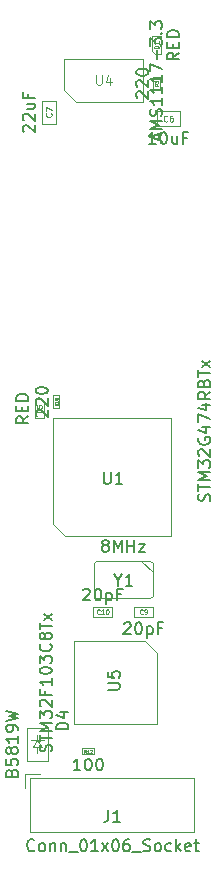
<source format=gbr>
G04 #@! TF.GenerationSoftware,KiCad,Pcbnew,8.0.5*
G04 #@! TF.CreationDate,2024-10-01T14:56:49-07:00*
G04 #@! TF.ProjectId,gr25_nodes,67723235-5f6e-46f6-9465-732e6b696361,rev?*
G04 #@! TF.SameCoordinates,Original*
G04 #@! TF.FileFunction,AssemblyDrawing,Top*
%FSLAX46Y46*%
G04 Gerber Fmt 4.6, Leading zero omitted, Abs format (unit mm)*
G04 Created by KiCad (PCBNEW 8.0.5) date 2024-10-01 14:56:49*
%MOMM*%
%LPD*%
G01*
G04 APERTURE LIST*
%ADD10C,0.150000*%
%ADD11C,0.060000*%
%ADD12C,0.080000*%
%ADD13C,0.120000*%
%ADD14C,0.040000*%
%ADD15C,0.100000*%
G04 APERTURE END LIST*
D10*
X125384819Y-31142857D02*
X124908628Y-31476190D01*
X125384819Y-31714285D02*
X124384819Y-31714285D01*
X124384819Y-31714285D02*
X124384819Y-31333333D01*
X124384819Y-31333333D02*
X124432438Y-31238095D01*
X124432438Y-31238095D02*
X124480057Y-31190476D01*
X124480057Y-31190476D02*
X124575295Y-31142857D01*
X124575295Y-31142857D02*
X124718152Y-31142857D01*
X124718152Y-31142857D02*
X124813390Y-31190476D01*
X124813390Y-31190476D02*
X124861009Y-31238095D01*
X124861009Y-31238095D02*
X124908628Y-31333333D01*
X124908628Y-31333333D02*
X124908628Y-31714285D01*
X124861009Y-30714285D02*
X124861009Y-30380952D01*
X125384819Y-30238095D02*
X125384819Y-30714285D01*
X125384819Y-30714285D02*
X124384819Y-30714285D01*
X124384819Y-30714285D02*
X124384819Y-30238095D01*
X125384819Y-29809523D02*
X124384819Y-29809523D01*
X124384819Y-29809523D02*
X124384819Y-29571428D01*
X124384819Y-29571428D02*
X124432438Y-29428571D01*
X124432438Y-29428571D02*
X124527676Y-29333333D01*
X124527676Y-29333333D02*
X124622914Y-29285714D01*
X124622914Y-29285714D02*
X124813390Y-29238095D01*
X124813390Y-29238095D02*
X124956247Y-29238095D01*
X124956247Y-29238095D02*
X125146723Y-29285714D01*
X125146723Y-29285714D02*
X125241961Y-29333333D01*
X125241961Y-29333333D02*
X125337200Y-29428571D01*
X125337200Y-29428571D02*
X125384819Y-29571428D01*
X125384819Y-29571428D02*
X125384819Y-29809523D01*
D11*
X123681927Y-30795237D02*
X123281927Y-30795237D01*
X123281927Y-30795237D02*
X123281927Y-30699999D01*
X123281927Y-30699999D02*
X123300975Y-30642856D01*
X123300975Y-30642856D02*
X123339070Y-30604761D01*
X123339070Y-30604761D02*
X123377165Y-30585714D01*
X123377165Y-30585714D02*
X123453356Y-30566666D01*
X123453356Y-30566666D02*
X123510499Y-30566666D01*
X123510499Y-30566666D02*
X123586689Y-30585714D01*
X123586689Y-30585714D02*
X123624784Y-30604761D01*
X123624784Y-30604761D02*
X123662880Y-30642856D01*
X123662880Y-30642856D02*
X123681927Y-30699999D01*
X123681927Y-30699999D02*
X123681927Y-30795237D01*
X123681927Y-30185714D02*
X123681927Y-30414285D01*
X123681927Y-30299999D02*
X123281927Y-30299999D01*
X123281927Y-30299999D02*
X123339070Y-30338095D01*
X123339070Y-30338095D02*
X123377165Y-30376190D01*
X123377165Y-30376190D02*
X123396213Y-30414285D01*
D10*
X112270057Y-37842856D02*
X112222438Y-37795237D01*
X112222438Y-37795237D02*
X112174819Y-37699999D01*
X112174819Y-37699999D02*
X112174819Y-37461904D01*
X112174819Y-37461904D02*
X112222438Y-37366666D01*
X112222438Y-37366666D02*
X112270057Y-37319047D01*
X112270057Y-37319047D02*
X112365295Y-37271428D01*
X112365295Y-37271428D02*
X112460533Y-37271428D01*
X112460533Y-37271428D02*
X112603390Y-37319047D01*
X112603390Y-37319047D02*
X113174819Y-37890475D01*
X113174819Y-37890475D02*
X113174819Y-37271428D01*
X112270057Y-36890475D02*
X112222438Y-36842856D01*
X112222438Y-36842856D02*
X112174819Y-36747618D01*
X112174819Y-36747618D02*
X112174819Y-36509523D01*
X112174819Y-36509523D02*
X112222438Y-36414285D01*
X112222438Y-36414285D02*
X112270057Y-36366666D01*
X112270057Y-36366666D02*
X112365295Y-36319047D01*
X112365295Y-36319047D02*
X112460533Y-36319047D01*
X112460533Y-36319047D02*
X112603390Y-36366666D01*
X112603390Y-36366666D02*
X113174819Y-36938094D01*
X113174819Y-36938094D02*
X113174819Y-36319047D01*
X112508152Y-35461904D02*
X113174819Y-35461904D01*
X112508152Y-35890475D02*
X113031961Y-35890475D01*
X113031961Y-35890475D02*
X113127200Y-35842856D01*
X113127200Y-35842856D02*
X113174819Y-35747618D01*
X113174819Y-35747618D02*
X113174819Y-35604761D01*
X113174819Y-35604761D02*
X113127200Y-35509523D01*
X113127200Y-35509523D02*
X113079580Y-35461904D01*
X112651009Y-34652380D02*
X112651009Y-34985713D01*
X113174819Y-34985713D02*
X112174819Y-34985713D01*
X112174819Y-34985713D02*
X112174819Y-34509523D01*
D12*
X114579530Y-36283333D02*
X114603340Y-36307142D01*
X114603340Y-36307142D02*
X114627149Y-36378571D01*
X114627149Y-36378571D02*
X114627149Y-36426190D01*
X114627149Y-36426190D02*
X114603340Y-36497618D01*
X114603340Y-36497618D02*
X114555720Y-36545237D01*
X114555720Y-36545237D02*
X114508101Y-36569047D01*
X114508101Y-36569047D02*
X114412863Y-36592856D01*
X114412863Y-36592856D02*
X114341435Y-36592856D01*
X114341435Y-36592856D02*
X114246197Y-36569047D01*
X114246197Y-36569047D02*
X114198578Y-36545237D01*
X114198578Y-36545237D02*
X114150959Y-36497618D01*
X114150959Y-36497618D02*
X114127149Y-36426190D01*
X114127149Y-36426190D02*
X114127149Y-36378571D01*
X114127149Y-36378571D02*
X114150959Y-36307142D01*
X114150959Y-36307142D02*
X114174768Y-36283333D01*
X114127149Y-36116666D02*
X114127149Y-35783333D01*
X114127149Y-35783333D02*
X114627149Y-35997618D01*
D10*
X123669105Y-38499999D02*
X123669105Y-38023809D01*
X123954820Y-38595237D02*
X122954820Y-38261904D01*
X122954820Y-38261904D02*
X123954820Y-37928571D01*
X123954820Y-37595237D02*
X122954820Y-37595237D01*
X122954820Y-37595237D02*
X123669105Y-37261904D01*
X123669105Y-37261904D02*
X122954820Y-36928571D01*
X122954820Y-36928571D02*
X123954820Y-36928571D01*
X123907201Y-36499999D02*
X123954820Y-36357142D01*
X123954820Y-36357142D02*
X123954820Y-36119047D01*
X123954820Y-36119047D02*
X123907201Y-36023809D01*
X123907201Y-36023809D02*
X123859581Y-35976190D01*
X123859581Y-35976190D02*
X123764343Y-35928571D01*
X123764343Y-35928571D02*
X123669105Y-35928571D01*
X123669105Y-35928571D02*
X123573867Y-35976190D01*
X123573867Y-35976190D02*
X123526248Y-36023809D01*
X123526248Y-36023809D02*
X123478629Y-36119047D01*
X123478629Y-36119047D02*
X123431010Y-36309523D01*
X123431010Y-36309523D02*
X123383391Y-36404761D01*
X123383391Y-36404761D02*
X123335772Y-36452380D01*
X123335772Y-36452380D02*
X123240534Y-36499999D01*
X123240534Y-36499999D02*
X123145296Y-36499999D01*
X123145296Y-36499999D02*
X123050058Y-36452380D01*
X123050058Y-36452380D02*
X123002439Y-36404761D01*
X123002439Y-36404761D02*
X122954820Y-36309523D01*
X122954820Y-36309523D02*
X122954820Y-36071428D01*
X122954820Y-36071428D02*
X123002439Y-35928571D01*
X123954820Y-34976190D02*
X123954820Y-35547618D01*
X123954820Y-35261904D02*
X122954820Y-35261904D01*
X122954820Y-35261904D02*
X123097677Y-35357142D01*
X123097677Y-35357142D02*
X123192915Y-35452380D01*
X123192915Y-35452380D02*
X123240534Y-35547618D01*
X123954820Y-34023809D02*
X123954820Y-34595237D01*
X123954820Y-34309523D02*
X122954820Y-34309523D01*
X122954820Y-34309523D02*
X123097677Y-34404761D01*
X123097677Y-34404761D02*
X123192915Y-34499999D01*
X123192915Y-34499999D02*
X123240534Y-34595237D01*
X123954820Y-33071428D02*
X123954820Y-33642856D01*
X123954820Y-33357142D02*
X122954820Y-33357142D01*
X122954820Y-33357142D02*
X123097677Y-33452380D01*
X123097677Y-33452380D02*
X123192915Y-33547618D01*
X123192915Y-33547618D02*
X123240534Y-33642856D01*
X122954820Y-32738094D02*
X122954820Y-32071428D01*
X122954820Y-32071428D02*
X123954820Y-32499999D01*
X123573867Y-31690475D02*
X123573867Y-30928571D01*
X122954820Y-30547618D02*
X122954820Y-29928571D01*
X122954820Y-29928571D02*
X123335772Y-30261904D01*
X123335772Y-30261904D02*
X123335772Y-30119047D01*
X123335772Y-30119047D02*
X123383391Y-30023809D01*
X123383391Y-30023809D02*
X123431010Y-29976190D01*
X123431010Y-29976190D02*
X123526248Y-29928571D01*
X123526248Y-29928571D02*
X123764343Y-29928571D01*
X123764343Y-29928571D02*
X123859581Y-29976190D01*
X123859581Y-29976190D02*
X123907201Y-30023809D01*
X123907201Y-30023809D02*
X123954820Y-30119047D01*
X123954820Y-30119047D02*
X123954820Y-30404761D01*
X123954820Y-30404761D02*
X123907201Y-30499999D01*
X123907201Y-30499999D02*
X123859581Y-30547618D01*
X123859581Y-29499999D02*
X123907201Y-29452380D01*
X123907201Y-29452380D02*
X123954820Y-29499999D01*
X123954820Y-29499999D02*
X123907201Y-29547618D01*
X123907201Y-29547618D02*
X123859581Y-29499999D01*
X123859581Y-29499999D02*
X123954820Y-29499999D01*
X122954820Y-29119047D02*
X122954820Y-28500000D01*
X122954820Y-28500000D02*
X123335772Y-28833333D01*
X123335772Y-28833333D02*
X123335772Y-28690476D01*
X123335772Y-28690476D02*
X123383391Y-28595238D01*
X123383391Y-28595238D02*
X123431010Y-28547619D01*
X123431010Y-28547619D02*
X123526248Y-28500000D01*
X123526248Y-28500000D02*
X123764343Y-28500000D01*
X123764343Y-28500000D02*
X123859581Y-28547619D01*
X123859581Y-28547619D02*
X123907201Y-28595238D01*
X123907201Y-28595238D02*
X123954820Y-28690476D01*
X123954820Y-28690476D02*
X123954820Y-28976190D01*
X123954820Y-28976190D02*
X123907201Y-29071428D01*
X123907201Y-29071428D02*
X123859581Y-29119047D01*
D13*
X118390476Y-33063855D02*
X118390476Y-33711474D01*
X118390476Y-33711474D02*
X118428571Y-33787664D01*
X118428571Y-33787664D02*
X118466666Y-33825760D01*
X118466666Y-33825760D02*
X118542857Y-33863855D01*
X118542857Y-33863855D02*
X118695238Y-33863855D01*
X118695238Y-33863855D02*
X118771428Y-33825760D01*
X118771428Y-33825760D02*
X118809523Y-33787664D01*
X118809523Y-33787664D02*
X118847619Y-33711474D01*
X118847619Y-33711474D02*
X118847619Y-33063855D01*
X119571428Y-33330521D02*
X119571428Y-33863855D01*
X119380952Y-33025760D02*
X119190475Y-33597188D01*
X119190475Y-33597188D02*
X119685714Y-33597188D01*
D10*
X121880057Y-34988094D02*
X121832438Y-34940475D01*
X121832438Y-34940475D02*
X121784819Y-34845237D01*
X121784819Y-34845237D02*
X121784819Y-34607142D01*
X121784819Y-34607142D02*
X121832438Y-34511904D01*
X121832438Y-34511904D02*
X121880057Y-34464285D01*
X121880057Y-34464285D02*
X121975295Y-34416666D01*
X121975295Y-34416666D02*
X122070533Y-34416666D01*
X122070533Y-34416666D02*
X122213390Y-34464285D01*
X122213390Y-34464285D02*
X122784819Y-35035713D01*
X122784819Y-35035713D02*
X122784819Y-34416666D01*
X121880057Y-34035713D02*
X121832438Y-33988094D01*
X121832438Y-33988094D02*
X121784819Y-33892856D01*
X121784819Y-33892856D02*
X121784819Y-33654761D01*
X121784819Y-33654761D02*
X121832438Y-33559523D01*
X121832438Y-33559523D02*
X121880057Y-33511904D01*
X121880057Y-33511904D02*
X121975295Y-33464285D01*
X121975295Y-33464285D02*
X122070533Y-33464285D01*
X122070533Y-33464285D02*
X122213390Y-33511904D01*
X122213390Y-33511904D02*
X122784819Y-34083332D01*
X122784819Y-34083332D02*
X122784819Y-33464285D01*
X121784819Y-32845237D02*
X121784819Y-32749999D01*
X121784819Y-32749999D02*
X121832438Y-32654761D01*
X121832438Y-32654761D02*
X121880057Y-32607142D01*
X121880057Y-32607142D02*
X121975295Y-32559523D01*
X121975295Y-32559523D02*
X122165771Y-32511904D01*
X122165771Y-32511904D02*
X122403866Y-32511904D01*
X122403866Y-32511904D02*
X122594342Y-32559523D01*
X122594342Y-32559523D02*
X122689580Y-32607142D01*
X122689580Y-32607142D02*
X122737200Y-32654761D01*
X122737200Y-32654761D02*
X122784819Y-32749999D01*
X122784819Y-32749999D02*
X122784819Y-32845237D01*
X122784819Y-32845237D02*
X122737200Y-32940475D01*
X122737200Y-32940475D02*
X122689580Y-32988094D01*
X122689580Y-32988094D02*
X122594342Y-33035713D01*
X122594342Y-33035713D02*
X122403866Y-33083332D01*
X122403866Y-33083332D02*
X122165771Y-33083332D01*
X122165771Y-33083332D02*
X121975295Y-33035713D01*
X121975295Y-33035713D02*
X121880057Y-32988094D01*
X121880057Y-32988094D02*
X121832438Y-32940475D01*
X121832438Y-32940475D02*
X121784819Y-32845237D01*
D14*
X123618200Y-33793332D02*
X123494391Y-33879999D01*
X123618200Y-33941904D02*
X123358200Y-33941904D01*
X123358200Y-33941904D02*
X123358200Y-33842856D01*
X123358200Y-33842856D02*
X123370581Y-33818094D01*
X123370581Y-33818094D02*
X123382962Y-33805713D01*
X123382962Y-33805713D02*
X123407724Y-33793332D01*
X123407724Y-33793332D02*
X123444867Y-33793332D01*
X123444867Y-33793332D02*
X123469629Y-33805713D01*
X123469629Y-33805713D02*
X123482010Y-33818094D01*
X123482010Y-33818094D02*
X123494391Y-33842856D01*
X123494391Y-33842856D02*
X123494391Y-33941904D01*
X123358200Y-33706666D02*
X123358200Y-33545713D01*
X123358200Y-33545713D02*
X123457248Y-33632380D01*
X123457248Y-33632380D02*
X123457248Y-33595237D01*
X123457248Y-33595237D02*
X123469629Y-33570475D01*
X123469629Y-33570475D02*
X123482010Y-33558094D01*
X123482010Y-33558094D02*
X123506772Y-33545713D01*
X123506772Y-33545713D02*
X123568677Y-33545713D01*
X123568677Y-33545713D02*
X123593439Y-33558094D01*
X123593439Y-33558094D02*
X123605820Y-33570475D01*
X123605820Y-33570475D02*
X123618200Y-33595237D01*
X123618200Y-33595237D02*
X123618200Y-33669523D01*
X123618200Y-33669523D02*
X123605820Y-33694285D01*
X123605820Y-33694285D02*
X123593439Y-33706666D01*
D10*
X119067262Y-72833390D02*
X118972024Y-72785771D01*
X118972024Y-72785771D02*
X118924405Y-72738152D01*
X118924405Y-72738152D02*
X118876786Y-72642914D01*
X118876786Y-72642914D02*
X118876786Y-72595295D01*
X118876786Y-72595295D02*
X118924405Y-72500057D01*
X118924405Y-72500057D02*
X118972024Y-72452438D01*
X118972024Y-72452438D02*
X119067262Y-72404819D01*
X119067262Y-72404819D02*
X119257738Y-72404819D01*
X119257738Y-72404819D02*
X119352976Y-72452438D01*
X119352976Y-72452438D02*
X119400595Y-72500057D01*
X119400595Y-72500057D02*
X119448214Y-72595295D01*
X119448214Y-72595295D02*
X119448214Y-72642914D01*
X119448214Y-72642914D02*
X119400595Y-72738152D01*
X119400595Y-72738152D02*
X119352976Y-72785771D01*
X119352976Y-72785771D02*
X119257738Y-72833390D01*
X119257738Y-72833390D02*
X119067262Y-72833390D01*
X119067262Y-72833390D02*
X118972024Y-72881009D01*
X118972024Y-72881009D02*
X118924405Y-72928628D01*
X118924405Y-72928628D02*
X118876786Y-73023866D01*
X118876786Y-73023866D02*
X118876786Y-73214342D01*
X118876786Y-73214342D02*
X118924405Y-73309580D01*
X118924405Y-73309580D02*
X118972024Y-73357200D01*
X118972024Y-73357200D02*
X119067262Y-73404819D01*
X119067262Y-73404819D02*
X119257738Y-73404819D01*
X119257738Y-73404819D02*
X119352976Y-73357200D01*
X119352976Y-73357200D02*
X119400595Y-73309580D01*
X119400595Y-73309580D02*
X119448214Y-73214342D01*
X119448214Y-73214342D02*
X119448214Y-73023866D01*
X119448214Y-73023866D02*
X119400595Y-72928628D01*
X119400595Y-72928628D02*
X119352976Y-72881009D01*
X119352976Y-72881009D02*
X119257738Y-72833390D01*
X119876786Y-73404819D02*
X119876786Y-72404819D01*
X119876786Y-72404819D02*
X120210119Y-73119104D01*
X120210119Y-73119104D02*
X120543452Y-72404819D01*
X120543452Y-72404819D02*
X120543452Y-73404819D01*
X121019643Y-73404819D02*
X121019643Y-72404819D01*
X121019643Y-72881009D02*
X121591071Y-72881009D01*
X121591071Y-73404819D02*
X121591071Y-72404819D01*
X121972024Y-72738152D02*
X122495833Y-72738152D01*
X122495833Y-72738152D02*
X121972024Y-73404819D01*
X121972024Y-73404819D02*
X122495833Y-73404819D01*
X120257020Y-75799339D02*
X120257020Y-76275530D01*
X119923687Y-75275530D02*
X120257020Y-75799339D01*
X120257020Y-75799339D02*
X120590353Y-75275530D01*
X121447496Y-76275530D02*
X120876068Y-76275530D01*
X121161782Y-76275530D02*
X121161782Y-75275530D01*
X121161782Y-75275530D02*
X121066544Y-75418387D01*
X121066544Y-75418387D02*
X120971306Y-75513625D01*
X120971306Y-75513625D02*
X120876068Y-75561244D01*
X123428571Y-38884819D02*
X122857143Y-38884819D01*
X123142857Y-38884819D02*
X123142857Y-37884819D01*
X123142857Y-37884819D02*
X123047619Y-38027676D01*
X123047619Y-38027676D02*
X122952381Y-38122914D01*
X122952381Y-38122914D02*
X122857143Y-38170533D01*
X124047619Y-37884819D02*
X124142857Y-37884819D01*
X124142857Y-37884819D02*
X124238095Y-37932438D01*
X124238095Y-37932438D02*
X124285714Y-37980057D01*
X124285714Y-37980057D02*
X124333333Y-38075295D01*
X124333333Y-38075295D02*
X124380952Y-38265771D01*
X124380952Y-38265771D02*
X124380952Y-38503866D01*
X124380952Y-38503866D02*
X124333333Y-38694342D01*
X124333333Y-38694342D02*
X124285714Y-38789580D01*
X124285714Y-38789580D02*
X124238095Y-38837200D01*
X124238095Y-38837200D02*
X124142857Y-38884819D01*
X124142857Y-38884819D02*
X124047619Y-38884819D01*
X124047619Y-38884819D02*
X123952381Y-38837200D01*
X123952381Y-38837200D02*
X123904762Y-38789580D01*
X123904762Y-38789580D02*
X123857143Y-38694342D01*
X123857143Y-38694342D02*
X123809524Y-38503866D01*
X123809524Y-38503866D02*
X123809524Y-38265771D01*
X123809524Y-38265771D02*
X123857143Y-38075295D01*
X123857143Y-38075295D02*
X123904762Y-37980057D01*
X123904762Y-37980057D02*
X123952381Y-37932438D01*
X123952381Y-37932438D02*
X124047619Y-37884819D01*
X125238095Y-38218152D02*
X125238095Y-38884819D01*
X124809524Y-38218152D02*
X124809524Y-38741961D01*
X124809524Y-38741961D02*
X124857143Y-38837200D01*
X124857143Y-38837200D02*
X124952381Y-38884819D01*
X124952381Y-38884819D02*
X125095238Y-38884819D01*
X125095238Y-38884819D02*
X125190476Y-38837200D01*
X125190476Y-38837200D02*
X125238095Y-38789580D01*
X126047619Y-38361009D02*
X125714286Y-38361009D01*
X125714286Y-38884819D02*
X125714286Y-37884819D01*
X125714286Y-37884819D02*
X126190476Y-37884819D01*
D12*
X124416666Y-36929530D02*
X124392857Y-36953340D01*
X124392857Y-36953340D02*
X124321428Y-36977149D01*
X124321428Y-36977149D02*
X124273809Y-36977149D01*
X124273809Y-36977149D02*
X124202381Y-36953340D01*
X124202381Y-36953340D02*
X124154762Y-36905720D01*
X124154762Y-36905720D02*
X124130952Y-36858101D01*
X124130952Y-36858101D02*
X124107143Y-36762863D01*
X124107143Y-36762863D02*
X124107143Y-36691435D01*
X124107143Y-36691435D02*
X124130952Y-36596197D01*
X124130952Y-36596197D02*
X124154762Y-36548578D01*
X124154762Y-36548578D02*
X124202381Y-36500959D01*
X124202381Y-36500959D02*
X124273809Y-36477149D01*
X124273809Y-36477149D02*
X124321428Y-36477149D01*
X124321428Y-36477149D02*
X124392857Y-36500959D01*
X124392857Y-36500959D02*
X124416666Y-36524768D01*
X124845238Y-36477149D02*
X124750000Y-36477149D01*
X124750000Y-36477149D02*
X124702381Y-36500959D01*
X124702381Y-36500959D02*
X124678571Y-36524768D01*
X124678571Y-36524768D02*
X124630952Y-36596197D01*
X124630952Y-36596197D02*
X124607143Y-36691435D01*
X124607143Y-36691435D02*
X124607143Y-36881911D01*
X124607143Y-36881911D02*
X124630952Y-36929530D01*
X124630952Y-36929530D02*
X124654762Y-36953340D01*
X124654762Y-36953340D02*
X124702381Y-36977149D01*
X124702381Y-36977149D02*
X124797619Y-36977149D01*
X124797619Y-36977149D02*
X124845238Y-36953340D01*
X124845238Y-36953340D02*
X124869047Y-36929530D01*
X124869047Y-36929530D02*
X124892857Y-36881911D01*
X124892857Y-36881911D02*
X124892857Y-36762863D01*
X124892857Y-36762863D02*
X124869047Y-36715244D01*
X124869047Y-36715244D02*
X124845238Y-36691435D01*
X124845238Y-36691435D02*
X124797619Y-36667625D01*
X124797619Y-36667625D02*
X124702381Y-36667625D01*
X124702381Y-36667625D02*
X124654762Y-36691435D01*
X124654762Y-36691435D02*
X124630952Y-36715244D01*
X124630952Y-36715244D02*
X124607143Y-36762863D01*
D10*
X120744643Y-79480057D02*
X120792262Y-79432438D01*
X120792262Y-79432438D02*
X120887500Y-79384819D01*
X120887500Y-79384819D02*
X121125595Y-79384819D01*
X121125595Y-79384819D02*
X121220833Y-79432438D01*
X121220833Y-79432438D02*
X121268452Y-79480057D01*
X121268452Y-79480057D02*
X121316071Y-79575295D01*
X121316071Y-79575295D02*
X121316071Y-79670533D01*
X121316071Y-79670533D02*
X121268452Y-79813390D01*
X121268452Y-79813390D02*
X120697024Y-80384819D01*
X120697024Y-80384819D02*
X121316071Y-80384819D01*
X121935119Y-79384819D02*
X122030357Y-79384819D01*
X122030357Y-79384819D02*
X122125595Y-79432438D01*
X122125595Y-79432438D02*
X122173214Y-79480057D01*
X122173214Y-79480057D02*
X122220833Y-79575295D01*
X122220833Y-79575295D02*
X122268452Y-79765771D01*
X122268452Y-79765771D02*
X122268452Y-80003866D01*
X122268452Y-80003866D02*
X122220833Y-80194342D01*
X122220833Y-80194342D02*
X122173214Y-80289580D01*
X122173214Y-80289580D02*
X122125595Y-80337200D01*
X122125595Y-80337200D02*
X122030357Y-80384819D01*
X122030357Y-80384819D02*
X121935119Y-80384819D01*
X121935119Y-80384819D02*
X121839881Y-80337200D01*
X121839881Y-80337200D02*
X121792262Y-80289580D01*
X121792262Y-80289580D02*
X121744643Y-80194342D01*
X121744643Y-80194342D02*
X121697024Y-80003866D01*
X121697024Y-80003866D02*
X121697024Y-79765771D01*
X121697024Y-79765771D02*
X121744643Y-79575295D01*
X121744643Y-79575295D02*
X121792262Y-79480057D01*
X121792262Y-79480057D02*
X121839881Y-79432438D01*
X121839881Y-79432438D02*
X121935119Y-79384819D01*
X122697024Y-79718152D02*
X122697024Y-80718152D01*
X122697024Y-79765771D02*
X122792262Y-79718152D01*
X122792262Y-79718152D02*
X122982738Y-79718152D01*
X122982738Y-79718152D02*
X123077976Y-79765771D01*
X123077976Y-79765771D02*
X123125595Y-79813390D01*
X123125595Y-79813390D02*
X123173214Y-79908628D01*
X123173214Y-79908628D02*
X123173214Y-80194342D01*
X123173214Y-80194342D02*
X123125595Y-80289580D01*
X123125595Y-80289580D02*
X123077976Y-80337200D01*
X123077976Y-80337200D02*
X122982738Y-80384819D01*
X122982738Y-80384819D02*
X122792262Y-80384819D01*
X122792262Y-80384819D02*
X122697024Y-80337200D01*
X123935119Y-79861009D02*
X123601786Y-79861009D01*
X123601786Y-80384819D02*
X123601786Y-79384819D01*
X123601786Y-79384819D02*
X124077976Y-79384819D01*
D11*
X122320833Y-78643832D02*
X122301785Y-78662880D01*
X122301785Y-78662880D02*
X122244643Y-78681927D01*
X122244643Y-78681927D02*
X122206547Y-78681927D01*
X122206547Y-78681927D02*
X122149404Y-78662880D01*
X122149404Y-78662880D02*
X122111309Y-78624784D01*
X122111309Y-78624784D02*
X122092262Y-78586689D01*
X122092262Y-78586689D02*
X122073214Y-78510499D01*
X122073214Y-78510499D02*
X122073214Y-78453356D01*
X122073214Y-78453356D02*
X122092262Y-78377165D01*
X122092262Y-78377165D02*
X122111309Y-78339070D01*
X122111309Y-78339070D02*
X122149404Y-78300975D01*
X122149404Y-78300975D02*
X122206547Y-78281927D01*
X122206547Y-78281927D02*
X122244643Y-78281927D01*
X122244643Y-78281927D02*
X122301785Y-78300975D01*
X122301785Y-78300975D02*
X122320833Y-78320022D01*
X122511309Y-78681927D02*
X122587500Y-78681927D01*
X122587500Y-78681927D02*
X122625595Y-78662880D01*
X122625595Y-78662880D02*
X122644643Y-78643832D01*
X122644643Y-78643832D02*
X122682738Y-78586689D01*
X122682738Y-78586689D02*
X122701785Y-78510499D01*
X122701785Y-78510499D02*
X122701785Y-78358118D01*
X122701785Y-78358118D02*
X122682738Y-78320022D01*
X122682738Y-78320022D02*
X122663690Y-78300975D01*
X122663690Y-78300975D02*
X122625595Y-78281927D01*
X122625595Y-78281927D02*
X122549404Y-78281927D01*
X122549404Y-78281927D02*
X122511309Y-78300975D01*
X122511309Y-78300975D02*
X122492262Y-78320022D01*
X122492262Y-78320022D02*
X122473214Y-78358118D01*
X122473214Y-78358118D02*
X122473214Y-78453356D01*
X122473214Y-78453356D02*
X122492262Y-78491451D01*
X122492262Y-78491451D02*
X122511309Y-78510499D01*
X122511309Y-78510499D02*
X122549404Y-78529546D01*
X122549404Y-78529546D02*
X122625595Y-78529546D01*
X122625595Y-78529546D02*
X122663690Y-78510499D01*
X122663690Y-78510499D02*
X122682738Y-78491451D01*
X122682738Y-78491451D02*
X122701785Y-78453356D01*
D10*
X113154760Y-98659580D02*
X113107141Y-98707200D01*
X113107141Y-98707200D02*
X112964284Y-98754819D01*
X112964284Y-98754819D02*
X112869046Y-98754819D01*
X112869046Y-98754819D02*
X112726189Y-98707200D01*
X112726189Y-98707200D02*
X112630951Y-98611961D01*
X112630951Y-98611961D02*
X112583332Y-98516723D01*
X112583332Y-98516723D02*
X112535713Y-98326247D01*
X112535713Y-98326247D02*
X112535713Y-98183390D01*
X112535713Y-98183390D02*
X112583332Y-97992914D01*
X112583332Y-97992914D02*
X112630951Y-97897676D01*
X112630951Y-97897676D02*
X112726189Y-97802438D01*
X112726189Y-97802438D02*
X112869046Y-97754819D01*
X112869046Y-97754819D02*
X112964284Y-97754819D01*
X112964284Y-97754819D02*
X113107141Y-97802438D01*
X113107141Y-97802438D02*
X113154760Y-97850057D01*
X113726189Y-98754819D02*
X113630951Y-98707200D01*
X113630951Y-98707200D02*
X113583332Y-98659580D01*
X113583332Y-98659580D02*
X113535713Y-98564342D01*
X113535713Y-98564342D02*
X113535713Y-98278628D01*
X113535713Y-98278628D02*
X113583332Y-98183390D01*
X113583332Y-98183390D02*
X113630951Y-98135771D01*
X113630951Y-98135771D02*
X113726189Y-98088152D01*
X113726189Y-98088152D02*
X113869046Y-98088152D01*
X113869046Y-98088152D02*
X113964284Y-98135771D01*
X113964284Y-98135771D02*
X114011903Y-98183390D01*
X114011903Y-98183390D02*
X114059522Y-98278628D01*
X114059522Y-98278628D02*
X114059522Y-98564342D01*
X114059522Y-98564342D02*
X114011903Y-98659580D01*
X114011903Y-98659580D02*
X113964284Y-98707200D01*
X113964284Y-98707200D02*
X113869046Y-98754819D01*
X113869046Y-98754819D02*
X113726189Y-98754819D01*
X114488094Y-98088152D02*
X114488094Y-98754819D01*
X114488094Y-98183390D02*
X114535713Y-98135771D01*
X114535713Y-98135771D02*
X114630951Y-98088152D01*
X114630951Y-98088152D02*
X114773808Y-98088152D01*
X114773808Y-98088152D02*
X114869046Y-98135771D01*
X114869046Y-98135771D02*
X114916665Y-98231009D01*
X114916665Y-98231009D02*
X114916665Y-98754819D01*
X115392856Y-98088152D02*
X115392856Y-98754819D01*
X115392856Y-98183390D02*
X115440475Y-98135771D01*
X115440475Y-98135771D02*
X115535713Y-98088152D01*
X115535713Y-98088152D02*
X115678570Y-98088152D01*
X115678570Y-98088152D02*
X115773808Y-98135771D01*
X115773808Y-98135771D02*
X115821427Y-98231009D01*
X115821427Y-98231009D02*
X115821427Y-98754819D01*
X116059523Y-98850057D02*
X116821427Y-98850057D01*
X117249999Y-97754819D02*
X117345237Y-97754819D01*
X117345237Y-97754819D02*
X117440475Y-97802438D01*
X117440475Y-97802438D02*
X117488094Y-97850057D01*
X117488094Y-97850057D02*
X117535713Y-97945295D01*
X117535713Y-97945295D02*
X117583332Y-98135771D01*
X117583332Y-98135771D02*
X117583332Y-98373866D01*
X117583332Y-98373866D02*
X117535713Y-98564342D01*
X117535713Y-98564342D02*
X117488094Y-98659580D01*
X117488094Y-98659580D02*
X117440475Y-98707200D01*
X117440475Y-98707200D02*
X117345237Y-98754819D01*
X117345237Y-98754819D02*
X117249999Y-98754819D01*
X117249999Y-98754819D02*
X117154761Y-98707200D01*
X117154761Y-98707200D02*
X117107142Y-98659580D01*
X117107142Y-98659580D02*
X117059523Y-98564342D01*
X117059523Y-98564342D02*
X117011904Y-98373866D01*
X117011904Y-98373866D02*
X117011904Y-98135771D01*
X117011904Y-98135771D02*
X117059523Y-97945295D01*
X117059523Y-97945295D02*
X117107142Y-97850057D01*
X117107142Y-97850057D02*
X117154761Y-97802438D01*
X117154761Y-97802438D02*
X117249999Y-97754819D01*
X118535713Y-98754819D02*
X117964285Y-98754819D01*
X118249999Y-98754819D02*
X118249999Y-97754819D01*
X118249999Y-97754819D02*
X118154761Y-97897676D01*
X118154761Y-97897676D02*
X118059523Y-97992914D01*
X118059523Y-97992914D02*
X117964285Y-98040533D01*
X118869047Y-98754819D02*
X119392856Y-98088152D01*
X118869047Y-98088152D02*
X119392856Y-98754819D01*
X119964285Y-97754819D02*
X120059523Y-97754819D01*
X120059523Y-97754819D02*
X120154761Y-97802438D01*
X120154761Y-97802438D02*
X120202380Y-97850057D01*
X120202380Y-97850057D02*
X120249999Y-97945295D01*
X120249999Y-97945295D02*
X120297618Y-98135771D01*
X120297618Y-98135771D02*
X120297618Y-98373866D01*
X120297618Y-98373866D02*
X120249999Y-98564342D01*
X120249999Y-98564342D02*
X120202380Y-98659580D01*
X120202380Y-98659580D02*
X120154761Y-98707200D01*
X120154761Y-98707200D02*
X120059523Y-98754819D01*
X120059523Y-98754819D02*
X119964285Y-98754819D01*
X119964285Y-98754819D02*
X119869047Y-98707200D01*
X119869047Y-98707200D02*
X119821428Y-98659580D01*
X119821428Y-98659580D02*
X119773809Y-98564342D01*
X119773809Y-98564342D02*
X119726190Y-98373866D01*
X119726190Y-98373866D02*
X119726190Y-98135771D01*
X119726190Y-98135771D02*
X119773809Y-97945295D01*
X119773809Y-97945295D02*
X119821428Y-97850057D01*
X119821428Y-97850057D02*
X119869047Y-97802438D01*
X119869047Y-97802438D02*
X119964285Y-97754819D01*
X121154761Y-97754819D02*
X120964285Y-97754819D01*
X120964285Y-97754819D02*
X120869047Y-97802438D01*
X120869047Y-97802438D02*
X120821428Y-97850057D01*
X120821428Y-97850057D02*
X120726190Y-97992914D01*
X120726190Y-97992914D02*
X120678571Y-98183390D01*
X120678571Y-98183390D02*
X120678571Y-98564342D01*
X120678571Y-98564342D02*
X120726190Y-98659580D01*
X120726190Y-98659580D02*
X120773809Y-98707200D01*
X120773809Y-98707200D02*
X120869047Y-98754819D01*
X120869047Y-98754819D02*
X121059523Y-98754819D01*
X121059523Y-98754819D02*
X121154761Y-98707200D01*
X121154761Y-98707200D02*
X121202380Y-98659580D01*
X121202380Y-98659580D02*
X121249999Y-98564342D01*
X121249999Y-98564342D02*
X121249999Y-98326247D01*
X121249999Y-98326247D02*
X121202380Y-98231009D01*
X121202380Y-98231009D02*
X121154761Y-98183390D01*
X121154761Y-98183390D02*
X121059523Y-98135771D01*
X121059523Y-98135771D02*
X120869047Y-98135771D01*
X120869047Y-98135771D02*
X120773809Y-98183390D01*
X120773809Y-98183390D02*
X120726190Y-98231009D01*
X120726190Y-98231009D02*
X120678571Y-98326247D01*
X121440476Y-98850057D02*
X122202380Y-98850057D01*
X122392857Y-98707200D02*
X122535714Y-98754819D01*
X122535714Y-98754819D02*
X122773809Y-98754819D01*
X122773809Y-98754819D02*
X122869047Y-98707200D01*
X122869047Y-98707200D02*
X122916666Y-98659580D01*
X122916666Y-98659580D02*
X122964285Y-98564342D01*
X122964285Y-98564342D02*
X122964285Y-98469104D01*
X122964285Y-98469104D02*
X122916666Y-98373866D01*
X122916666Y-98373866D02*
X122869047Y-98326247D01*
X122869047Y-98326247D02*
X122773809Y-98278628D01*
X122773809Y-98278628D02*
X122583333Y-98231009D01*
X122583333Y-98231009D02*
X122488095Y-98183390D01*
X122488095Y-98183390D02*
X122440476Y-98135771D01*
X122440476Y-98135771D02*
X122392857Y-98040533D01*
X122392857Y-98040533D02*
X122392857Y-97945295D01*
X122392857Y-97945295D02*
X122440476Y-97850057D01*
X122440476Y-97850057D02*
X122488095Y-97802438D01*
X122488095Y-97802438D02*
X122583333Y-97754819D01*
X122583333Y-97754819D02*
X122821428Y-97754819D01*
X122821428Y-97754819D02*
X122964285Y-97802438D01*
X123535714Y-98754819D02*
X123440476Y-98707200D01*
X123440476Y-98707200D02*
X123392857Y-98659580D01*
X123392857Y-98659580D02*
X123345238Y-98564342D01*
X123345238Y-98564342D02*
X123345238Y-98278628D01*
X123345238Y-98278628D02*
X123392857Y-98183390D01*
X123392857Y-98183390D02*
X123440476Y-98135771D01*
X123440476Y-98135771D02*
X123535714Y-98088152D01*
X123535714Y-98088152D02*
X123678571Y-98088152D01*
X123678571Y-98088152D02*
X123773809Y-98135771D01*
X123773809Y-98135771D02*
X123821428Y-98183390D01*
X123821428Y-98183390D02*
X123869047Y-98278628D01*
X123869047Y-98278628D02*
X123869047Y-98564342D01*
X123869047Y-98564342D02*
X123821428Y-98659580D01*
X123821428Y-98659580D02*
X123773809Y-98707200D01*
X123773809Y-98707200D02*
X123678571Y-98754819D01*
X123678571Y-98754819D02*
X123535714Y-98754819D01*
X124726190Y-98707200D02*
X124630952Y-98754819D01*
X124630952Y-98754819D02*
X124440476Y-98754819D01*
X124440476Y-98754819D02*
X124345238Y-98707200D01*
X124345238Y-98707200D02*
X124297619Y-98659580D01*
X124297619Y-98659580D02*
X124250000Y-98564342D01*
X124250000Y-98564342D02*
X124250000Y-98278628D01*
X124250000Y-98278628D02*
X124297619Y-98183390D01*
X124297619Y-98183390D02*
X124345238Y-98135771D01*
X124345238Y-98135771D02*
X124440476Y-98088152D01*
X124440476Y-98088152D02*
X124630952Y-98088152D01*
X124630952Y-98088152D02*
X124726190Y-98135771D01*
X125154762Y-98754819D02*
X125154762Y-97754819D01*
X125250000Y-98373866D02*
X125535714Y-98754819D01*
X125535714Y-98088152D02*
X125154762Y-98469104D01*
X126345238Y-98707200D02*
X126250000Y-98754819D01*
X126250000Y-98754819D02*
X126059524Y-98754819D01*
X126059524Y-98754819D02*
X125964286Y-98707200D01*
X125964286Y-98707200D02*
X125916667Y-98611961D01*
X125916667Y-98611961D02*
X125916667Y-98231009D01*
X125916667Y-98231009D02*
X125964286Y-98135771D01*
X125964286Y-98135771D02*
X126059524Y-98088152D01*
X126059524Y-98088152D02*
X126250000Y-98088152D01*
X126250000Y-98088152D02*
X126345238Y-98135771D01*
X126345238Y-98135771D02*
X126392857Y-98231009D01*
X126392857Y-98231009D02*
X126392857Y-98326247D01*
X126392857Y-98326247D02*
X125916667Y-98421485D01*
X126678572Y-98088152D02*
X127059524Y-98088152D01*
X126821429Y-97754819D02*
X126821429Y-98611961D01*
X126821429Y-98611961D02*
X126869048Y-98707200D01*
X126869048Y-98707200D02*
X126964286Y-98754819D01*
X126964286Y-98754819D02*
X127059524Y-98754819D01*
X119416666Y-95254819D02*
X119416666Y-95969104D01*
X119416666Y-95969104D02*
X119369047Y-96111961D01*
X119369047Y-96111961D02*
X119273809Y-96207200D01*
X119273809Y-96207200D02*
X119130952Y-96254819D01*
X119130952Y-96254819D02*
X119035714Y-96254819D01*
X120416666Y-96254819D02*
X119845238Y-96254819D01*
X120130952Y-96254819D02*
X120130952Y-95254819D01*
X120130952Y-95254819D02*
X120035714Y-95397676D01*
X120035714Y-95397676D02*
X119940476Y-95492914D01*
X119940476Y-95492914D02*
X119845238Y-95540533D01*
X117294643Y-76620057D02*
X117342262Y-76572438D01*
X117342262Y-76572438D02*
X117437500Y-76524819D01*
X117437500Y-76524819D02*
X117675595Y-76524819D01*
X117675595Y-76524819D02*
X117770833Y-76572438D01*
X117770833Y-76572438D02*
X117818452Y-76620057D01*
X117818452Y-76620057D02*
X117866071Y-76715295D01*
X117866071Y-76715295D02*
X117866071Y-76810533D01*
X117866071Y-76810533D02*
X117818452Y-76953390D01*
X117818452Y-76953390D02*
X117247024Y-77524819D01*
X117247024Y-77524819D02*
X117866071Y-77524819D01*
X118485119Y-76524819D02*
X118580357Y-76524819D01*
X118580357Y-76524819D02*
X118675595Y-76572438D01*
X118675595Y-76572438D02*
X118723214Y-76620057D01*
X118723214Y-76620057D02*
X118770833Y-76715295D01*
X118770833Y-76715295D02*
X118818452Y-76905771D01*
X118818452Y-76905771D02*
X118818452Y-77143866D01*
X118818452Y-77143866D02*
X118770833Y-77334342D01*
X118770833Y-77334342D02*
X118723214Y-77429580D01*
X118723214Y-77429580D02*
X118675595Y-77477200D01*
X118675595Y-77477200D02*
X118580357Y-77524819D01*
X118580357Y-77524819D02*
X118485119Y-77524819D01*
X118485119Y-77524819D02*
X118389881Y-77477200D01*
X118389881Y-77477200D02*
X118342262Y-77429580D01*
X118342262Y-77429580D02*
X118294643Y-77334342D01*
X118294643Y-77334342D02*
X118247024Y-77143866D01*
X118247024Y-77143866D02*
X118247024Y-76905771D01*
X118247024Y-76905771D02*
X118294643Y-76715295D01*
X118294643Y-76715295D02*
X118342262Y-76620057D01*
X118342262Y-76620057D02*
X118389881Y-76572438D01*
X118389881Y-76572438D02*
X118485119Y-76524819D01*
X119247024Y-76858152D02*
X119247024Y-77858152D01*
X119247024Y-76905771D02*
X119342262Y-76858152D01*
X119342262Y-76858152D02*
X119532738Y-76858152D01*
X119532738Y-76858152D02*
X119627976Y-76905771D01*
X119627976Y-76905771D02*
X119675595Y-76953390D01*
X119675595Y-76953390D02*
X119723214Y-77048628D01*
X119723214Y-77048628D02*
X119723214Y-77334342D01*
X119723214Y-77334342D02*
X119675595Y-77429580D01*
X119675595Y-77429580D02*
X119627976Y-77477200D01*
X119627976Y-77477200D02*
X119532738Y-77524819D01*
X119532738Y-77524819D02*
X119342262Y-77524819D01*
X119342262Y-77524819D02*
X119247024Y-77477200D01*
X120485119Y-77001009D02*
X120151786Y-77001009D01*
X120151786Y-77524819D02*
X120151786Y-76524819D01*
X120151786Y-76524819D02*
X120627976Y-76524819D01*
D11*
X118680357Y-78643832D02*
X118661309Y-78662880D01*
X118661309Y-78662880D02*
X118604167Y-78681927D01*
X118604167Y-78681927D02*
X118566071Y-78681927D01*
X118566071Y-78681927D02*
X118508928Y-78662880D01*
X118508928Y-78662880D02*
X118470833Y-78624784D01*
X118470833Y-78624784D02*
X118451786Y-78586689D01*
X118451786Y-78586689D02*
X118432738Y-78510499D01*
X118432738Y-78510499D02*
X118432738Y-78453356D01*
X118432738Y-78453356D02*
X118451786Y-78377165D01*
X118451786Y-78377165D02*
X118470833Y-78339070D01*
X118470833Y-78339070D02*
X118508928Y-78300975D01*
X118508928Y-78300975D02*
X118566071Y-78281927D01*
X118566071Y-78281927D02*
X118604167Y-78281927D01*
X118604167Y-78281927D02*
X118661309Y-78300975D01*
X118661309Y-78300975D02*
X118680357Y-78320022D01*
X119061309Y-78681927D02*
X118832738Y-78681927D01*
X118947024Y-78681927D02*
X118947024Y-78281927D01*
X118947024Y-78281927D02*
X118908928Y-78339070D01*
X118908928Y-78339070D02*
X118870833Y-78377165D01*
X118870833Y-78377165D02*
X118832738Y-78396213D01*
X119308928Y-78281927D02*
X119347023Y-78281927D01*
X119347023Y-78281927D02*
X119385119Y-78300975D01*
X119385119Y-78300975D02*
X119404166Y-78320022D01*
X119404166Y-78320022D02*
X119423214Y-78358118D01*
X119423214Y-78358118D02*
X119442261Y-78434308D01*
X119442261Y-78434308D02*
X119442261Y-78529546D01*
X119442261Y-78529546D02*
X119423214Y-78605737D01*
X119423214Y-78605737D02*
X119404166Y-78643832D01*
X119404166Y-78643832D02*
X119385119Y-78662880D01*
X119385119Y-78662880D02*
X119347023Y-78681927D01*
X119347023Y-78681927D02*
X119308928Y-78681927D01*
X119308928Y-78681927D02*
X119270833Y-78662880D01*
X119270833Y-78662880D02*
X119251785Y-78643832D01*
X119251785Y-78643832D02*
X119232738Y-78605737D01*
X119232738Y-78605737D02*
X119213690Y-78529546D01*
X119213690Y-78529546D02*
X119213690Y-78434308D01*
X119213690Y-78434308D02*
X119232738Y-78358118D01*
X119232738Y-78358118D02*
X119251785Y-78320022D01*
X119251785Y-78320022D02*
X119270833Y-78300975D01*
X119270833Y-78300975D02*
X119308928Y-78281927D01*
D10*
X111231009Y-92104761D02*
X111278628Y-91961904D01*
X111278628Y-91961904D02*
X111326247Y-91914285D01*
X111326247Y-91914285D02*
X111421485Y-91866666D01*
X111421485Y-91866666D02*
X111564342Y-91866666D01*
X111564342Y-91866666D02*
X111659580Y-91914285D01*
X111659580Y-91914285D02*
X111707200Y-91961904D01*
X111707200Y-91961904D02*
X111754819Y-92057142D01*
X111754819Y-92057142D02*
X111754819Y-92438094D01*
X111754819Y-92438094D02*
X110754819Y-92438094D01*
X110754819Y-92438094D02*
X110754819Y-92104761D01*
X110754819Y-92104761D02*
X110802438Y-92009523D01*
X110802438Y-92009523D02*
X110850057Y-91961904D01*
X110850057Y-91961904D02*
X110945295Y-91914285D01*
X110945295Y-91914285D02*
X111040533Y-91914285D01*
X111040533Y-91914285D02*
X111135771Y-91961904D01*
X111135771Y-91961904D02*
X111183390Y-92009523D01*
X111183390Y-92009523D02*
X111231009Y-92104761D01*
X111231009Y-92104761D02*
X111231009Y-92438094D01*
X110754819Y-90961904D02*
X110754819Y-91438094D01*
X110754819Y-91438094D02*
X111231009Y-91485713D01*
X111231009Y-91485713D02*
X111183390Y-91438094D01*
X111183390Y-91438094D02*
X111135771Y-91342856D01*
X111135771Y-91342856D02*
X111135771Y-91104761D01*
X111135771Y-91104761D02*
X111183390Y-91009523D01*
X111183390Y-91009523D02*
X111231009Y-90961904D01*
X111231009Y-90961904D02*
X111326247Y-90914285D01*
X111326247Y-90914285D02*
X111564342Y-90914285D01*
X111564342Y-90914285D02*
X111659580Y-90961904D01*
X111659580Y-90961904D02*
X111707200Y-91009523D01*
X111707200Y-91009523D02*
X111754819Y-91104761D01*
X111754819Y-91104761D02*
X111754819Y-91342856D01*
X111754819Y-91342856D02*
X111707200Y-91438094D01*
X111707200Y-91438094D02*
X111659580Y-91485713D01*
X111183390Y-90342856D02*
X111135771Y-90438094D01*
X111135771Y-90438094D02*
X111088152Y-90485713D01*
X111088152Y-90485713D02*
X110992914Y-90533332D01*
X110992914Y-90533332D02*
X110945295Y-90533332D01*
X110945295Y-90533332D02*
X110850057Y-90485713D01*
X110850057Y-90485713D02*
X110802438Y-90438094D01*
X110802438Y-90438094D02*
X110754819Y-90342856D01*
X110754819Y-90342856D02*
X110754819Y-90152380D01*
X110754819Y-90152380D02*
X110802438Y-90057142D01*
X110802438Y-90057142D02*
X110850057Y-90009523D01*
X110850057Y-90009523D02*
X110945295Y-89961904D01*
X110945295Y-89961904D02*
X110992914Y-89961904D01*
X110992914Y-89961904D02*
X111088152Y-90009523D01*
X111088152Y-90009523D02*
X111135771Y-90057142D01*
X111135771Y-90057142D02*
X111183390Y-90152380D01*
X111183390Y-90152380D02*
X111183390Y-90342856D01*
X111183390Y-90342856D02*
X111231009Y-90438094D01*
X111231009Y-90438094D02*
X111278628Y-90485713D01*
X111278628Y-90485713D02*
X111373866Y-90533332D01*
X111373866Y-90533332D02*
X111564342Y-90533332D01*
X111564342Y-90533332D02*
X111659580Y-90485713D01*
X111659580Y-90485713D02*
X111707200Y-90438094D01*
X111707200Y-90438094D02*
X111754819Y-90342856D01*
X111754819Y-90342856D02*
X111754819Y-90152380D01*
X111754819Y-90152380D02*
X111707200Y-90057142D01*
X111707200Y-90057142D02*
X111659580Y-90009523D01*
X111659580Y-90009523D02*
X111564342Y-89961904D01*
X111564342Y-89961904D02*
X111373866Y-89961904D01*
X111373866Y-89961904D02*
X111278628Y-90009523D01*
X111278628Y-90009523D02*
X111231009Y-90057142D01*
X111231009Y-90057142D02*
X111183390Y-90152380D01*
X111754819Y-89009523D02*
X111754819Y-89580951D01*
X111754819Y-89295237D02*
X110754819Y-89295237D01*
X110754819Y-89295237D02*
X110897676Y-89390475D01*
X110897676Y-89390475D02*
X110992914Y-89485713D01*
X110992914Y-89485713D02*
X111040533Y-89580951D01*
X111754819Y-88533332D02*
X111754819Y-88342856D01*
X111754819Y-88342856D02*
X111707200Y-88247618D01*
X111707200Y-88247618D02*
X111659580Y-88199999D01*
X111659580Y-88199999D02*
X111516723Y-88104761D01*
X111516723Y-88104761D02*
X111326247Y-88057142D01*
X111326247Y-88057142D02*
X110945295Y-88057142D01*
X110945295Y-88057142D02*
X110850057Y-88104761D01*
X110850057Y-88104761D02*
X110802438Y-88152380D01*
X110802438Y-88152380D02*
X110754819Y-88247618D01*
X110754819Y-88247618D02*
X110754819Y-88438094D01*
X110754819Y-88438094D02*
X110802438Y-88533332D01*
X110802438Y-88533332D02*
X110850057Y-88580951D01*
X110850057Y-88580951D02*
X110945295Y-88628570D01*
X110945295Y-88628570D02*
X111183390Y-88628570D01*
X111183390Y-88628570D02*
X111278628Y-88580951D01*
X111278628Y-88580951D02*
X111326247Y-88533332D01*
X111326247Y-88533332D02*
X111373866Y-88438094D01*
X111373866Y-88438094D02*
X111373866Y-88247618D01*
X111373866Y-88247618D02*
X111326247Y-88152380D01*
X111326247Y-88152380D02*
X111278628Y-88104761D01*
X111278628Y-88104761D02*
X111183390Y-88057142D01*
X110754819Y-87723808D02*
X111754819Y-87485713D01*
X111754819Y-87485713D02*
X111040533Y-87295237D01*
X111040533Y-87295237D02*
X111754819Y-87104761D01*
X111754819Y-87104761D02*
X110754819Y-86866666D01*
X116017320Y-88438094D02*
X115017320Y-88438094D01*
X115017320Y-88438094D02*
X115017320Y-88199999D01*
X115017320Y-88199999D02*
X115064939Y-88057142D01*
X115064939Y-88057142D02*
X115160177Y-87961904D01*
X115160177Y-87961904D02*
X115255415Y-87914285D01*
X115255415Y-87914285D02*
X115445891Y-87866666D01*
X115445891Y-87866666D02*
X115588748Y-87866666D01*
X115588748Y-87866666D02*
X115779224Y-87914285D01*
X115779224Y-87914285D02*
X115874462Y-87961904D01*
X115874462Y-87961904D02*
X115969701Y-88057142D01*
X115969701Y-88057142D02*
X116017320Y-88199999D01*
X116017320Y-88199999D02*
X116017320Y-88438094D01*
X115350653Y-87009523D02*
X116017320Y-87009523D01*
X114969701Y-87247618D02*
X115683986Y-87485713D01*
X115683986Y-87485713D02*
X115683986Y-86866666D01*
X114557200Y-90309523D02*
X114604819Y-90166666D01*
X114604819Y-90166666D02*
X114604819Y-89928571D01*
X114604819Y-89928571D02*
X114557200Y-89833333D01*
X114557200Y-89833333D02*
X114509580Y-89785714D01*
X114509580Y-89785714D02*
X114414342Y-89738095D01*
X114414342Y-89738095D02*
X114319104Y-89738095D01*
X114319104Y-89738095D02*
X114223866Y-89785714D01*
X114223866Y-89785714D02*
X114176247Y-89833333D01*
X114176247Y-89833333D02*
X114128628Y-89928571D01*
X114128628Y-89928571D02*
X114081009Y-90119047D01*
X114081009Y-90119047D02*
X114033390Y-90214285D01*
X114033390Y-90214285D02*
X113985771Y-90261904D01*
X113985771Y-90261904D02*
X113890533Y-90309523D01*
X113890533Y-90309523D02*
X113795295Y-90309523D01*
X113795295Y-90309523D02*
X113700057Y-90261904D01*
X113700057Y-90261904D02*
X113652438Y-90214285D01*
X113652438Y-90214285D02*
X113604819Y-90119047D01*
X113604819Y-90119047D02*
X113604819Y-89880952D01*
X113604819Y-89880952D02*
X113652438Y-89738095D01*
X113604819Y-89452380D02*
X113604819Y-88880952D01*
X114604819Y-89166666D02*
X113604819Y-89166666D01*
X114604819Y-88547618D02*
X113604819Y-88547618D01*
X113604819Y-88547618D02*
X114319104Y-88214285D01*
X114319104Y-88214285D02*
X113604819Y-87880952D01*
X113604819Y-87880952D02*
X114604819Y-87880952D01*
X113604819Y-87499999D02*
X113604819Y-86880952D01*
X113604819Y-86880952D02*
X113985771Y-87214285D01*
X113985771Y-87214285D02*
X113985771Y-87071428D01*
X113985771Y-87071428D02*
X114033390Y-86976190D01*
X114033390Y-86976190D02*
X114081009Y-86928571D01*
X114081009Y-86928571D02*
X114176247Y-86880952D01*
X114176247Y-86880952D02*
X114414342Y-86880952D01*
X114414342Y-86880952D02*
X114509580Y-86928571D01*
X114509580Y-86928571D02*
X114557200Y-86976190D01*
X114557200Y-86976190D02*
X114604819Y-87071428D01*
X114604819Y-87071428D02*
X114604819Y-87357142D01*
X114604819Y-87357142D02*
X114557200Y-87452380D01*
X114557200Y-87452380D02*
X114509580Y-87499999D01*
X113700057Y-86499999D02*
X113652438Y-86452380D01*
X113652438Y-86452380D02*
X113604819Y-86357142D01*
X113604819Y-86357142D02*
X113604819Y-86119047D01*
X113604819Y-86119047D02*
X113652438Y-86023809D01*
X113652438Y-86023809D02*
X113700057Y-85976190D01*
X113700057Y-85976190D02*
X113795295Y-85928571D01*
X113795295Y-85928571D02*
X113890533Y-85928571D01*
X113890533Y-85928571D02*
X114033390Y-85976190D01*
X114033390Y-85976190D02*
X114604819Y-86547618D01*
X114604819Y-86547618D02*
X114604819Y-85928571D01*
X114081009Y-85166666D02*
X114081009Y-85499999D01*
X114604819Y-85499999D02*
X113604819Y-85499999D01*
X113604819Y-85499999D02*
X113604819Y-85023809D01*
X114604819Y-84119047D02*
X114604819Y-84690475D01*
X114604819Y-84404761D02*
X113604819Y-84404761D01*
X113604819Y-84404761D02*
X113747676Y-84499999D01*
X113747676Y-84499999D02*
X113842914Y-84595237D01*
X113842914Y-84595237D02*
X113890533Y-84690475D01*
X113604819Y-83499999D02*
X113604819Y-83404761D01*
X113604819Y-83404761D02*
X113652438Y-83309523D01*
X113652438Y-83309523D02*
X113700057Y-83261904D01*
X113700057Y-83261904D02*
X113795295Y-83214285D01*
X113795295Y-83214285D02*
X113985771Y-83166666D01*
X113985771Y-83166666D02*
X114223866Y-83166666D01*
X114223866Y-83166666D02*
X114414342Y-83214285D01*
X114414342Y-83214285D02*
X114509580Y-83261904D01*
X114509580Y-83261904D02*
X114557200Y-83309523D01*
X114557200Y-83309523D02*
X114604819Y-83404761D01*
X114604819Y-83404761D02*
X114604819Y-83499999D01*
X114604819Y-83499999D02*
X114557200Y-83595237D01*
X114557200Y-83595237D02*
X114509580Y-83642856D01*
X114509580Y-83642856D02*
X114414342Y-83690475D01*
X114414342Y-83690475D02*
X114223866Y-83738094D01*
X114223866Y-83738094D02*
X113985771Y-83738094D01*
X113985771Y-83738094D02*
X113795295Y-83690475D01*
X113795295Y-83690475D02*
X113700057Y-83642856D01*
X113700057Y-83642856D02*
X113652438Y-83595237D01*
X113652438Y-83595237D02*
X113604819Y-83499999D01*
X113604819Y-82833332D02*
X113604819Y-82214285D01*
X113604819Y-82214285D02*
X113985771Y-82547618D01*
X113985771Y-82547618D02*
X113985771Y-82404761D01*
X113985771Y-82404761D02*
X114033390Y-82309523D01*
X114033390Y-82309523D02*
X114081009Y-82261904D01*
X114081009Y-82261904D02*
X114176247Y-82214285D01*
X114176247Y-82214285D02*
X114414342Y-82214285D01*
X114414342Y-82214285D02*
X114509580Y-82261904D01*
X114509580Y-82261904D02*
X114557200Y-82309523D01*
X114557200Y-82309523D02*
X114604819Y-82404761D01*
X114604819Y-82404761D02*
X114604819Y-82690475D01*
X114604819Y-82690475D02*
X114557200Y-82785713D01*
X114557200Y-82785713D02*
X114509580Y-82833332D01*
X114509580Y-81214285D02*
X114557200Y-81261904D01*
X114557200Y-81261904D02*
X114604819Y-81404761D01*
X114604819Y-81404761D02*
X114604819Y-81499999D01*
X114604819Y-81499999D02*
X114557200Y-81642856D01*
X114557200Y-81642856D02*
X114461961Y-81738094D01*
X114461961Y-81738094D02*
X114366723Y-81785713D01*
X114366723Y-81785713D02*
X114176247Y-81833332D01*
X114176247Y-81833332D02*
X114033390Y-81833332D01*
X114033390Y-81833332D02*
X113842914Y-81785713D01*
X113842914Y-81785713D02*
X113747676Y-81738094D01*
X113747676Y-81738094D02*
X113652438Y-81642856D01*
X113652438Y-81642856D02*
X113604819Y-81499999D01*
X113604819Y-81499999D02*
X113604819Y-81404761D01*
X113604819Y-81404761D02*
X113652438Y-81261904D01*
X113652438Y-81261904D02*
X113700057Y-81214285D01*
X114033390Y-80642856D02*
X113985771Y-80738094D01*
X113985771Y-80738094D02*
X113938152Y-80785713D01*
X113938152Y-80785713D02*
X113842914Y-80833332D01*
X113842914Y-80833332D02*
X113795295Y-80833332D01*
X113795295Y-80833332D02*
X113700057Y-80785713D01*
X113700057Y-80785713D02*
X113652438Y-80738094D01*
X113652438Y-80738094D02*
X113604819Y-80642856D01*
X113604819Y-80642856D02*
X113604819Y-80452380D01*
X113604819Y-80452380D02*
X113652438Y-80357142D01*
X113652438Y-80357142D02*
X113700057Y-80309523D01*
X113700057Y-80309523D02*
X113795295Y-80261904D01*
X113795295Y-80261904D02*
X113842914Y-80261904D01*
X113842914Y-80261904D02*
X113938152Y-80309523D01*
X113938152Y-80309523D02*
X113985771Y-80357142D01*
X113985771Y-80357142D02*
X114033390Y-80452380D01*
X114033390Y-80452380D02*
X114033390Y-80642856D01*
X114033390Y-80642856D02*
X114081009Y-80738094D01*
X114081009Y-80738094D02*
X114128628Y-80785713D01*
X114128628Y-80785713D02*
X114223866Y-80833332D01*
X114223866Y-80833332D02*
X114414342Y-80833332D01*
X114414342Y-80833332D02*
X114509580Y-80785713D01*
X114509580Y-80785713D02*
X114557200Y-80738094D01*
X114557200Y-80738094D02*
X114604819Y-80642856D01*
X114604819Y-80642856D02*
X114604819Y-80452380D01*
X114604819Y-80452380D02*
X114557200Y-80357142D01*
X114557200Y-80357142D02*
X114509580Y-80309523D01*
X114509580Y-80309523D02*
X114414342Y-80261904D01*
X114414342Y-80261904D02*
X114223866Y-80261904D01*
X114223866Y-80261904D02*
X114128628Y-80309523D01*
X114128628Y-80309523D02*
X114081009Y-80357142D01*
X114081009Y-80357142D02*
X114033390Y-80452380D01*
X113604819Y-79976189D02*
X113604819Y-79404761D01*
X114604819Y-79690475D02*
X113604819Y-79690475D01*
X114604819Y-79166665D02*
X113938152Y-78642856D01*
X113938152Y-79166665D02*
X114604819Y-78642856D01*
X119379819Y-85080729D02*
X120189342Y-85080729D01*
X120189342Y-85080729D02*
X120284580Y-85033110D01*
X120284580Y-85033110D02*
X120332200Y-84985491D01*
X120332200Y-84985491D02*
X120379819Y-84890253D01*
X120379819Y-84890253D02*
X120379819Y-84699777D01*
X120379819Y-84699777D02*
X120332200Y-84604539D01*
X120332200Y-84604539D02*
X120284580Y-84556920D01*
X120284580Y-84556920D02*
X120189342Y-84509301D01*
X120189342Y-84509301D02*
X119379819Y-84509301D01*
X119379819Y-83556920D02*
X119379819Y-84033110D01*
X119379819Y-84033110D02*
X119856009Y-84080729D01*
X119856009Y-84080729D02*
X119808390Y-84033110D01*
X119808390Y-84033110D02*
X119760771Y-83937872D01*
X119760771Y-83937872D02*
X119760771Y-83699777D01*
X119760771Y-83699777D02*
X119808390Y-83604539D01*
X119808390Y-83604539D02*
X119856009Y-83556920D01*
X119856009Y-83556920D02*
X119951247Y-83509301D01*
X119951247Y-83509301D02*
X120189342Y-83509301D01*
X120189342Y-83509301D02*
X120284580Y-83556920D01*
X120284580Y-83556920D02*
X120332200Y-83604539D01*
X120332200Y-83604539D02*
X120379819Y-83699777D01*
X120379819Y-83699777D02*
X120379819Y-83937872D01*
X120379819Y-83937872D02*
X120332200Y-84033110D01*
X120332200Y-84033110D02*
X120284580Y-84080729D01*
X113380057Y-61938094D02*
X113332438Y-61890475D01*
X113332438Y-61890475D02*
X113284819Y-61795237D01*
X113284819Y-61795237D02*
X113284819Y-61557142D01*
X113284819Y-61557142D02*
X113332438Y-61461904D01*
X113332438Y-61461904D02*
X113380057Y-61414285D01*
X113380057Y-61414285D02*
X113475295Y-61366666D01*
X113475295Y-61366666D02*
X113570533Y-61366666D01*
X113570533Y-61366666D02*
X113713390Y-61414285D01*
X113713390Y-61414285D02*
X114284819Y-61985713D01*
X114284819Y-61985713D02*
X114284819Y-61366666D01*
X113380057Y-60985713D02*
X113332438Y-60938094D01*
X113332438Y-60938094D02*
X113284819Y-60842856D01*
X113284819Y-60842856D02*
X113284819Y-60604761D01*
X113284819Y-60604761D02*
X113332438Y-60509523D01*
X113332438Y-60509523D02*
X113380057Y-60461904D01*
X113380057Y-60461904D02*
X113475295Y-60414285D01*
X113475295Y-60414285D02*
X113570533Y-60414285D01*
X113570533Y-60414285D02*
X113713390Y-60461904D01*
X113713390Y-60461904D02*
X114284819Y-61033332D01*
X114284819Y-61033332D02*
X114284819Y-60414285D01*
X113284819Y-59795237D02*
X113284819Y-59699999D01*
X113284819Y-59699999D02*
X113332438Y-59604761D01*
X113332438Y-59604761D02*
X113380057Y-59557142D01*
X113380057Y-59557142D02*
X113475295Y-59509523D01*
X113475295Y-59509523D02*
X113665771Y-59461904D01*
X113665771Y-59461904D02*
X113903866Y-59461904D01*
X113903866Y-59461904D02*
X114094342Y-59509523D01*
X114094342Y-59509523D02*
X114189580Y-59557142D01*
X114189580Y-59557142D02*
X114237200Y-59604761D01*
X114237200Y-59604761D02*
X114284819Y-59699999D01*
X114284819Y-59699999D02*
X114284819Y-59795237D01*
X114284819Y-59795237D02*
X114237200Y-59890475D01*
X114237200Y-59890475D02*
X114189580Y-59938094D01*
X114189580Y-59938094D02*
X114094342Y-59985713D01*
X114094342Y-59985713D02*
X113903866Y-60033332D01*
X113903866Y-60033332D02*
X113665771Y-60033332D01*
X113665771Y-60033332D02*
X113475295Y-59985713D01*
X113475295Y-59985713D02*
X113380057Y-59938094D01*
X113380057Y-59938094D02*
X113332438Y-59890475D01*
X113332438Y-59890475D02*
X113284819Y-59795237D01*
D14*
X115118200Y-60867142D02*
X114994391Y-60953809D01*
X115118200Y-61015714D02*
X114858200Y-61015714D01*
X114858200Y-61015714D02*
X114858200Y-60916666D01*
X114858200Y-60916666D02*
X114870581Y-60891904D01*
X114870581Y-60891904D02*
X114882962Y-60879523D01*
X114882962Y-60879523D02*
X114907724Y-60867142D01*
X114907724Y-60867142D02*
X114944867Y-60867142D01*
X114944867Y-60867142D02*
X114969629Y-60879523D01*
X114969629Y-60879523D02*
X114982010Y-60891904D01*
X114982010Y-60891904D02*
X114994391Y-60916666D01*
X114994391Y-60916666D02*
X114994391Y-61015714D01*
X115118200Y-60619523D02*
X115118200Y-60768095D01*
X115118200Y-60693809D02*
X114858200Y-60693809D01*
X114858200Y-60693809D02*
X114895343Y-60718571D01*
X114895343Y-60718571D02*
X114920105Y-60743333D01*
X114920105Y-60743333D02*
X114932486Y-60768095D01*
X114969629Y-60470952D02*
X114957248Y-60495714D01*
X114957248Y-60495714D02*
X114944867Y-60508095D01*
X114944867Y-60508095D02*
X114920105Y-60520476D01*
X114920105Y-60520476D02*
X114907724Y-60520476D01*
X114907724Y-60520476D02*
X114882962Y-60508095D01*
X114882962Y-60508095D02*
X114870581Y-60495714D01*
X114870581Y-60495714D02*
X114858200Y-60470952D01*
X114858200Y-60470952D02*
X114858200Y-60421428D01*
X114858200Y-60421428D02*
X114870581Y-60396666D01*
X114870581Y-60396666D02*
X114882962Y-60384285D01*
X114882962Y-60384285D02*
X114907724Y-60371904D01*
X114907724Y-60371904D02*
X114920105Y-60371904D01*
X114920105Y-60371904D02*
X114944867Y-60384285D01*
X114944867Y-60384285D02*
X114957248Y-60396666D01*
X114957248Y-60396666D02*
X114969629Y-60421428D01*
X114969629Y-60421428D02*
X114969629Y-60470952D01*
X114969629Y-60470952D02*
X114982010Y-60495714D01*
X114982010Y-60495714D02*
X114994391Y-60508095D01*
X114994391Y-60508095D02*
X115019153Y-60520476D01*
X115019153Y-60520476D02*
X115068677Y-60520476D01*
X115068677Y-60520476D02*
X115093439Y-60508095D01*
X115093439Y-60508095D02*
X115105820Y-60495714D01*
X115105820Y-60495714D02*
X115118200Y-60470952D01*
X115118200Y-60470952D02*
X115118200Y-60421428D01*
X115118200Y-60421428D02*
X115105820Y-60396666D01*
X115105820Y-60396666D02*
X115093439Y-60384285D01*
X115093439Y-60384285D02*
X115068677Y-60371904D01*
X115068677Y-60371904D02*
X115019153Y-60371904D01*
X115019153Y-60371904D02*
X114994391Y-60384285D01*
X114994391Y-60384285D02*
X114982010Y-60396666D01*
X114982010Y-60396666D02*
X114969629Y-60421428D01*
D10*
X127990641Y-69106118D02*
X128038260Y-68963261D01*
X128038260Y-68963261D02*
X128038260Y-68725166D01*
X128038260Y-68725166D02*
X127990641Y-68629928D01*
X127990641Y-68629928D02*
X127943021Y-68582309D01*
X127943021Y-68582309D02*
X127847783Y-68534690D01*
X127847783Y-68534690D02*
X127752545Y-68534690D01*
X127752545Y-68534690D02*
X127657307Y-68582309D01*
X127657307Y-68582309D02*
X127609688Y-68629928D01*
X127609688Y-68629928D02*
X127562069Y-68725166D01*
X127562069Y-68725166D02*
X127514450Y-68915642D01*
X127514450Y-68915642D02*
X127466831Y-69010880D01*
X127466831Y-69010880D02*
X127419212Y-69058499D01*
X127419212Y-69058499D02*
X127323974Y-69106118D01*
X127323974Y-69106118D02*
X127228736Y-69106118D01*
X127228736Y-69106118D02*
X127133498Y-69058499D01*
X127133498Y-69058499D02*
X127085879Y-69010880D01*
X127085879Y-69010880D02*
X127038260Y-68915642D01*
X127038260Y-68915642D02*
X127038260Y-68677547D01*
X127038260Y-68677547D02*
X127085879Y-68534690D01*
X127038260Y-68248975D02*
X127038260Y-67677547D01*
X128038260Y-67963261D02*
X127038260Y-67963261D01*
X128038260Y-67344213D02*
X127038260Y-67344213D01*
X127038260Y-67344213D02*
X127752545Y-67010880D01*
X127752545Y-67010880D02*
X127038260Y-66677547D01*
X127038260Y-66677547D02*
X128038260Y-66677547D01*
X127038260Y-66296594D02*
X127038260Y-65677547D01*
X127038260Y-65677547D02*
X127419212Y-66010880D01*
X127419212Y-66010880D02*
X127419212Y-65868023D01*
X127419212Y-65868023D02*
X127466831Y-65772785D01*
X127466831Y-65772785D02*
X127514450Y-65725166D01*
X127514450Y-65725166D02*
X127609688Y-65677547D01*
X127609688Y-65677547D02*
X127847783Y-65677547D01*
X127847783Y-65677547D02*
X127943021Y-65725166D01*
X127943021Y-65725166D02*
X127990641Y-65772785D01*
X127990641Y-65772785D02*
X128038260Y-65868023D01*
X128038260Y-65868023D02*
X128038260Y-66153737D01*
X128038260Y-66153737D02*
X127990641Y-66248975D01*
X127990641Y-66248975D02*
X127943021Y-66296594D01*
X127133498Y-65296594D02*
X127085879Y-65248975D01*
X127085879Y-65248975D02*
X127038260Y-65153737D01*
X127038260Y-65153737D02*
X127038260Y-64915642D01*
X127038260Y-64915642D02*
X127085879Y-64820404D01*
X127085879Y-64820404D02*
X127133498Y-64772785D01*
X127133498Y-64772785D02*
X127228736Y-64725166D01*
X127228736Y-64725166D02*
X127323974Y-64725166D01*
X127323974Y-64725166D02*
X127466831Y-64772785D01*
X127466831Y-64772785D02*
X128038260Y-65344213D01*
X128038260Y-65344213D02*
X128038260Y-64725166D01*
X127085879Y-63772785D02*
X127038260Y-63868023D01*
X127038260Y-63868023D02*
X127038260Y-64010880D01*
X127038260Y-64010880D02*
X127085879Y-64153737D01*
X127085879Y-64153737D02*
X127181117Y-64248975D01*
X127181117Y-64248975D02*
X127276355Y-64296594D01*
X127276355Y-64296594D02*
X127466831Y-64344213D01*
X127466831Y-64344213D02*
X127609688Y-64344213D01*
X127609688Y-64344213D02*
X127800164Y-64296594D01*
X127800164Y-64296594D02*
X127895402Y-64248975D01*
X127895402Y-64248975D02*
X127990641Y-64153737D01*
X127990641Y-64153737D02*
X128038260Y-64010880D01*
X128038260Y-64010880D02*
X128038260Y-63915642D01*
X128038260Y-63915642D02*
X127990641Y-63772785D01*
X127990641Y-63772785D02*
X127943021Y-63725166D01*
X127943021Y-63725166D02*
X127609688Y-63725166D01*
X127609688Y-63725166D02*
X127609688Y-63915642D01*
X127371593Y-62868023D02*
X128038260Y-62868023D01*
X126990641Y-63106118D02*
X127704926Y-63344213D01*
X127704926Y-63344213D02*
X127704926Y-62725166D01*
X127038260Y-62439451D02*
X127038260Y-61772785D01*
X127038260Y-61772785D02*
X128038260Y-62201356D01*
X127371593Y-60963261D02*
X128038260Y-60963261D01*
X126990641Y-61201356D02*
X127704926Y-61439451D01*
X127704926Y-61439451D02*
X127704926Y-60820404D01*
X128038260Y-59868023D02*
X127562069Y-60201356D01*
X128038260Y-60439451D02*
X127038260Y-60439451D01*
X127038260Y-60439451D02*
X127038260Y-60058499D01*
X127038260Y-60058499D02*
X127085879Y-59963261D01*
X127085879Y-59963261D02*
X127133498Y-59915642D01*
X127133498Y-59915642D02*
X127228736Y-59868023D01*
X127228736Y-59868023D02*
X127371593Y-59868023D01*
X127371593Y-59868023D02*
X127466831Y-59915642D01*
X127466831Y-59915642D02*
X127514450Y-59963261D01*
X127514450Y-59963261D02*
X127562069Y-60058499D01*
X127562069Y-60058499D02*
X127562069Y-60439451D01*
X127514450Y-59106118D02*
X127562069Y-58963261D01*
X127562069Y-58963261D02*
X127609688Y-58915642D01*
X127609688Y-58915642D02*
X127704926Y-58868023D01*
X127704926Y-58868023D02*
X127847783Y-58868023D01*
X127847783Y-58868023D02*
X127943021Y-58915642D01*
X127943021Y-58915642D02*
X127990641Y-58963261D01*
X127990641Y-58963261D02*
X128038260Y-59058499D01*
X128038260Y-59058499D02*
X128038260Y-59439451D01*
X128038260Y-59439451D02*
X127038260Y-59439451D01*
X127038260Y-59439451D02*
X127038260Y-59106118D01*
X127038260Y-59106118D02*
X127085879Y-59010880D01*
X127085879Y-59010880D02*
X127133498Y-58963261D01*
X127133498Y-58963261D02*
X127228736Y-58915642D01*
X127228736Y-58915642D02*
X127323974Y-58915642D01*
X127323974Y-58915642D02*
X127419212Y-58963261D01*
X127419212Y-58963261D02*
X127466831Y-59010880D01*
X127466831Y-59010880D02*
X127514450Y-59106118D01*
X127514450Y-59106118D02*
X127514450Y-59439451D01*
X127038260Y-58582308D02*
X127038260Y-58010880D01*
X128038260Y-58296594D02*
X127038260Y-58296594D01*
X128038260Y-57772784D02*
X127371593Y-57248975D01*
X127371593Y-57772784D02*
X128038260Y-57248975D01*
X119038095Y-66654819D02*
X119038095Y-67464342D01*
X119038095Y-67464342D02*
X119085714Y-67559580D01*
X119085714Y-67559580D02*
X119133333Y-67607200D01*
X119133333Y-67607200D02*
X119228571Y-67654819D01*
X119228571Y-67654819D02*
X119419047Y-67654819D01*
X119419047Y-67654819D02*
X119514285Y-67607200D01*
X119514285Y-67607200D02*
X119561904Y-67559580D01*
X119561904Y-67559580D02*
X119609523Y-67464342D01*
X119609523Y-67464342D02*
X119609523Y-66654819D01*
X120609523Y-67654819D02*
X120038095Y-67654819D01*
X120323809Y-67654819D02*
X120323809Y-66654819D01*
X120323809Y-66654819D02*
X120228571Y-66797676D01*
X120228571Y-66797676D02*
X120133333Y-66892914D01*
X120133333Y-66892914D02*
X120038095Y-66940533D01*
X112624819Y-61942857D02*
X112148628Y-62276190D01*
X112624819Y-62514285D02*
X111624819Y-62514285D01*
X111624819Y-62514285D02*
X111624819Y-62133333D01*
X111624819Y-62133333D02*
X111672438Y-62038095D01*
X111672438Y-62038095D02*
X111720057Y-61990476D01*
X111720057Y-61990476D02*
X111815295Y-61942857D01*
X111815295Y-61942857D02*
X111958152Y-61942857D01*
X111958152Y-61942857D02*
X112053390Y-61990476D01*
X112053390Y-61990476D02*
X112101009Y-62038095D01*
X112101009Y-62038095D02*
X112148628Y-62133333D01*
X112148628Y-62133333D02*
X112148628Y-62514285D01*
X112101009Y-61514285D02*
X112101009Y-61180952D01*
X112624819Y-61038095D02*
X112624819Y-61514285D01*
X112624819Y-61514285D02*
X111624819Y-61514285D01*
X111624819Y-61514285D02*
X111624819Y-61038095D01*
X112624819Y-60609523D02*
X111624819Y-60609523D01*
X111624819Y-60609523D02*
X111624819Y-60371428D01*
X111624819Y-60371428D02*
X111672438Y-60228571D01*
X111672438Y-60228571D02*
X111767676Y-60133333D01*
X111767676Y-60133333D02*
X111862914Y-60085714D01*
X111862914Y-60085714D02*
X112053390Y-60038095D01*
X112053390Y-60038095D02*
X112196247Y-60038095D01*
X112196247Y-60038095D02*
X112386723Y-60085714D01*
X112386723Y-60085714D02*
X112481961Y-60133333D01*
X112481961Y-60133333D02*
X112577200Y-60228571D01*
X112577200Y-60228571D02*
X112624819Y-60371428D01*
X112624819Y-60371428D02*
X112624819Y-60609523D01*
D11*
X113781927Y-61595237D02*
X113381927Y-61595237D01*
X113381927Y-61595237D02*
X113381927Y-61499999D01*
X113381927Y-61499999D02*
X113400975Y-61442856D01*
X113400975Y-61442856D02*
X113439070Y-61404761D01*
X113439070Y-61404761D02*
X113477165Y-61385714D01*
X113477165Y-61385714D02*
X113553356Y-61366666D01*
X113553356Y-61366666D02*
X113610499Y-61366666D01*
X113610499Y-61366666D02*
X113686689Y-61385714D01*
X113686689Y-61385714D02*
X113724784Y-61404761D01*
X113724784Y-61404761D02*
X113762880Y-61442856D01*
X113762880Y-61442856D02*
X113781927Y-61499999D01*
X113781927Y-61499999D02*
X113781927Y-61595237D01*
X113381927Y-61004761D02*
X113381927Y-61195237D01*
X113381927Y-61195237D02*
X113572403Y-61214285D01*
X113572403Y-61214285D02*
X113553356Y-61195237D01*
X113553356Y-61195237D02*
X113534308Y-61157142D01*
X113534308Y-61157142D02*
X113534308Y-61061904D01*
X113534308Y-61061904D02*
X113553356Y-61023809D01*
X113553356Y-61023809D02*
X113572403Y-61004761D01*
X113572403Y-61004761D02*
X113610499Y-60985714D01*
X113610499Y-60985714D02*
X113705737Y-60985714D01*
X113705737Y-60985714D02*
X113743832Y-61004761D01*
X113743832Y-61004761D02*
X113762880Y-61023809D01*
X113762880Y-61023809D02*
X113781927Y-61061904D01*
X113781927Y-61061904D02*
X113781927Y-61157142D01*
X113781927Y-61157142D02*
X113762880Y-61195237D01*
X113762880Y-61195237D02*
X113743832Y-61214285D01*
D10*
X117043332Y-91924819D02*
X116471904Y-91924819D01*
X116757618Y-91924819D02*
X116757618Y-90924819D01*
X116757618Y-90924819D02*
X116662380Y-91067676D01*
X116662380Y-91067676D02*
X116567142Y-91162914D01*
X116567142Y-91162914D02*
X116471904Y-91210533D01*
X117662380Y-90924819D02*
X117757618Y-90924819D01*
X117757618Y-90924819D02*
X117852856Y-90972438D01*
X117852856Y-90972438D02*
X117900475Y-91020057D01*
X117900475Y-91020057D02*
X117948094Y-91115295D01*
X117948094Y-91115295D02*
X117995713Y-91305771D01*
X117995713Y-91305771D02*
X117995713Y-91543866D01*
X117995713Y-91543866D02*
X117948094Y-91734342D01*
X117948094Y-91734342D02*
X117900475Y-91829580D01*
X117900475Y-91829580D02*
X117852856Y-91877200D01*
X117852856Y-91877200D02*
X117757618Y-91924819D01*
X117757618Y-91924819D02*
X117662380Y-91924819D01*
X117662380Y-91924819D02*
X117567142Y-91877200D01*
X117567142Y-91877200D02*
X117519523Y-91829580D01*
X117519523Y-91829580D02*
X117471904Y-91734342D01*
X117471904Y-91734342D02*
X117424285Y-91543866D01*
X117424285Y-91543866D02*
X117424285Y-91305771D01*
X117424285Y-91305771D02*
X117471904Y-91115295D01*
X117471904Y-91115295D02*
X117519523Y-91020057D01*
X117519523Y-91020057D02*
X117567142Y-90972438D01*
X117567142Y-90972438D02*
X117662380Y-90924819D01*
X118614761Y-90924819D02*
X118709999Y-90924819D01*
X118709999Y-90924819D02*
X118805237Y-90972438D01*
X118805237Y-90972438D02*
X118852856Y-91020057D01*
X118852856Y-91020057D02*
X118900475Y-91115295D01*
X118900475Y-91115295D02*
X118948094Y-91305771D01*
X118948094Y-91305771D02*
X118948094Y-91543866D01*
X118948094Y-91543866D02*
X118900475Y-91734342D01*
X118900475Y-91734342D02*
X118852856Y-91829580D01*
X118852856Y-91829580D02*
X118805237Y-91877200D01*
X118805237Y-91877200D02*
X118709999Y-91924819D01*
X118709999Y-91924819D02*
X118614761Y-91924819D01*
X118614761Y-91924819D02*
X118519523Y-91877200D01*
X118519523Y-91877200D02*
X118471904Y-91829580D01*
X118471904Y-91829580D02*
X118424285Y-91734342D01*
X118424285Y-91734342D02*
X118376666Y-91543866D01*
X118376666Y-91543866D02*
X118376666Y-91305771D01*
X118376666Y-91305771D02*
X118424285Y-91115295D01*
X118424285Y-91115295D02*
X118471904Y-91020057D01*
X118471904Y-91020057D02*
X118519523Y-90972438D01*
X118519523Y-90972438D02*
X118614761Y-90924819D01*
D14*
X117542856Y-90418200D02*
X117456189Y-90294391D01*
X117394284Y-90418200D02*
X117394284Y-90158200D01*
X117394284Y-90158200D02*
X117493332Y-90158200D01*
X117493332Y-90158200D02*
X117518094Y-90170581D01*
X117518094Y-90170581D02*
X117530475Y-90182962D01*
X117530475Y-90182962D02*
X117542856Y-90207724D01*
X117542856Y-90207724D02*
X117542856Y-90244867D01*
X117542856Y-90244867D02*
X117530475Y-90269629D01*
X117530475Y-90269629D02*
X117518094Y-90282010D01*
X117518094Y-90282010D02*
X117493332Y-90294391D01*
X117493332Y-90294391D02*
X117394284Y-90294391D01*
X117790475Y-90418200D02*
X117641903Y-90418200D01*
X117716189Y-90418200D02*
X117716189Y-90158200D01*
X117716189Y-90158200D02*
X117691427Y-90195343D01*
X117691427Y-90195343D02*
X117666665Y-90220105D01*
X117666665Y-90220105D02*
X117641903Y-90232486D01*
X117889522Y-90182962D02*
X117901903Y-90170581D01*
X117901903Y-90170581D02*
X117926665Y-90158200D01*
X117926665Y-90158200D02*
X117988570Y-90158200D01*
X117988570Y-90158200D02*
X118013332Y-90170581D01*
X118013332Y-90170581D02*
X118025713Y-90182962D01*
X118025713Y-90182962D02*
X118038094Y-90207724D01*
X118038094Y-90207724D02*
X118038094Y-90232486D01*
X118038094Y-90232486D02*
X118025713Y-90269629D01*
X118025713Y-90269629D02*
X117877141Y-90418200D01*
X117877141Y-90418200D02*
X118038094Y-90418200D01*
D15*
G04 #@! TO.C,D1*
X123100000Y-29700000D02*
X123100000Y-31000000D01*
X123100000Y-31000000D02*
X123400000Y-31300000D01*
X123400000Y-31300000D02*
X123900000Y-31300000D01*
X123900000Y-29700000D02*
X123100000Y-29700000D01*
X123900000Y-31300000D02*
X123900000Y-29700000D01*
G04 #@! TO.C,C7*
X113775000Y-35200000D02*
X115025000Y-35200000D01*
X113775000Y-37200000D02*
X113775000Y-35200000D01*
X115025000Y-35200000D02*
X115025000Y-37200000D01*
X115025000Y-37200000D02*
X113775000Y-37200000D01*
G04 #@! TO.C,U4*
X115650000Y-31650000D02*
X122350000Y-31650000D01*
X115650000Y-34350000D02*
X115650000Y-31650000D01*
X116650001Y-35350000D02*
X115650000Y-34350000D01*
X116650001Y-35350000D02*
X122350000Y-35350000D01*
X122350000Y-35350000D02*
X122350000Y-31650000D01*
G04 #@! TO.C,R3*
X123230000Y-33225000D02*
X123770000Y-33225000D01*
X123230000Y-34275000D02*
X123230000Y-33225000D01*
X123770000Y-33225000D02*
X123770000Y-34275000D01*
X123770000Y-34275000D02*
X123230000Y-34275000D01*
G04 #@! TO.C,Y1*
X118162501Y-74350000D02*
X118362500Y-74150000D01*
X118162501Y-77150000D02*
X118162501Y-74350000D01*
X118362500Y-74150000D02*
X122962500Y-74150000D01*
X118362500Y-77350000D02*
X118162501Y-77150000D01*
X122962500Y-74150000D02*
X123162499Y-74350000D01*
X122962500Y-77350000D02*
X118362500Y-77350000D01*
X123162499Y-74350000D02*
X123162499Y-77150000D01*
X123162499Y-77150000D02*
X122962500Y-77350000D01*
X123162500Y-75150000D02*
X122162500Y-74150000D01*
G04 #@! TO.C,C6*
X123500000Y-36125000D02*
X125500000Y-36125000D01*
X123500000Y-37375000D02*
X123500000Y-36125000D01*
X125500000Y-36125000D02*
X125500000Y-37375000D01*
X125500000Y-37375000D02*
X123500000Y-37375000D01*
G04 #@! TO.C,C9*
X121587500Y-78100000D02*
X123187500Y-78100000D01*
X121587500Y-78900000D02*
X121587500Y-78100000D01*
X123187500Y-78100000D02*
X123187500Y-78900000D01*
X123187500Y-78900000D02*
X121587500Y-78900000D01*
G04 #@! TO.C,J1*
X112390000Y-92190000D02*
X112390000Y-93440000D01*
X112800000Y-92600000D02*
X112800000Y-97100000D01*
X112800000Y-97100000D02*
X126700000Y-97100000D01*
X113640000Y-92190000D02*
X112390000Y-92190000D01*
X126700000Y-92600000D02*
X112800000Y-92600000D01*
X126700000Y-97100000D02*
X126700000Y-92600000D01*
G04 #@! TO.C,C10*
X118137500Y-78100000D02*
X119737500Y-78100000D01*
X118137500Y-78900000D02*
X118137500Y-78100000D01*
X119737500Y-78100000D02*
X119737500Y-78900000D01*
X119737500Y-78900000D02*
X118137500Y-78900000D01*
G04 #@! TO.C,D4*
X112499999Y-88300000D02*
X114300001Y-88300000D01*
X112499999Y-91100000D02*
X112499999Y-88300000D01*
X113000000Y-89950000D02*
X113400000Y-89350001D01*
X113400000Y-88950000D02*
X113400000Y-89350001D01*
X113400000Y-89350001D02*
X112850000Y-89350000D01*
X113400000Y-89350001D02*
X113800000Y-89950000D01*
X113400000Y-89350001D02*
X113950000Y-89350000D01*
X113400000Y-89950000D02*
X113400000Y-90450000D01*
X113800000Y-89950000D02*
X113000000Y-89950000D01*
X114300001Y-88300000D02*
X114300001Y-91100000D01*
X114300001Y-91100000D02*
X112499999Y-91100000D01*
G04 #@! TO.C,U5*
X116500000Y-81000000D02*
X122500000Y-81000000D01*
X116500000Y-88000000D02*
X116500000Y-81000000D01*
X122500000Y-81000000D02*
X123500000Y-82000000D01*
X123500000Y-82000000D02*
X123500000Y-88000000D01*
X123500000Y-88000000D02*
X116500000Y-88000000D01*
G04 #@! TO.C,R18*
X114730000Y-60175000D02*
X115270000Y-60175000D01*
X114730000Y-61225000D02*
X114730000Y-60175000D01*
X115270000Y-60175000D02*
X115270000Y-61225000D01*
X115270000Y-61225000D02*
X114730000Y-61225000D01*
G04 #@! TO.C,U1*
X114750000Y-62075000D02*
X124750000Y-62075000D01*
X114750000Y-71075000D02*
X114750000Y-62075000D01*
X115750000Y-72075000D02*
X114750000Y-71075000D01*
X124750000Y-62075000D02*
X124750000Y-72075000D01*
X124750000Y-72075000D02*
X115750000Y-72075000D01*
G04 #@! TO.C,D5*
X113200000Y-60500000D02*
X113200000Y-62100000D01*
X113200000Y-62100000D02*
X114000000Y-62100000D01*
X113700000Y-60500000D02*
X113200000Y-60500000D01*
X114000000Y-60800000D02*
X113700000Y-60500000D01*
X114000000Y-62100000D02*
X114000000Y-60800000D01*
G04 #@! TO.C,R12*
X117184999Y-90030000D02*
X118234999Y-90030000D01*
X117184999Y-90570000D02*
X117184999Y-90030000D01*
X118234999Y-90030000D02*
X118234999Y-90570000D01*
X118234999Y-90570000D02*
X117184999Y-90570000D01*
G04 #@! TD*
M02*

</source>
